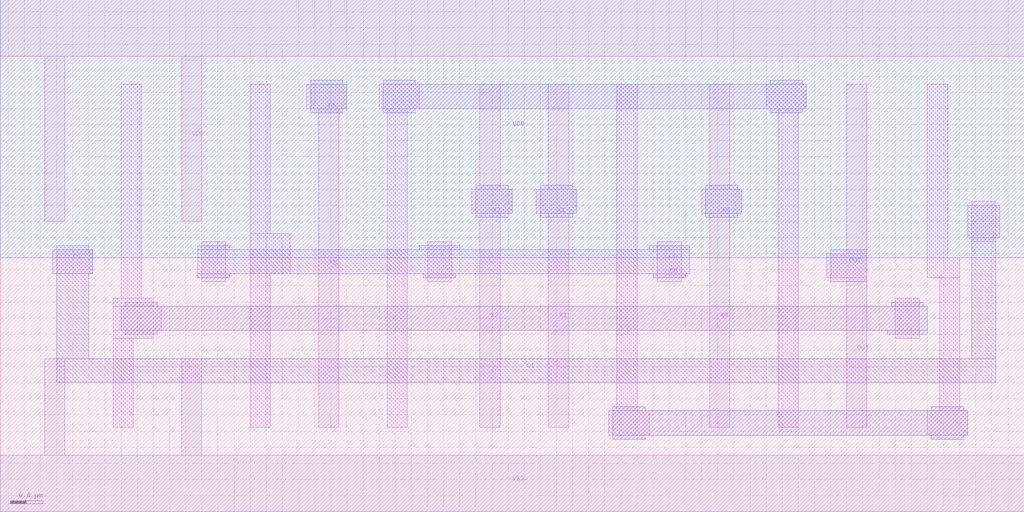
<source format=lef>
VERSION 5.7 ;
  NOWIREEXTENSIONATPIN ON ;
  DIVIDERCHAR "/" ;
  BUSBITCHARS "[]" ;
MACRO gf180mcu_osu_sc_gp9t3v3__mux4_1
  CLASS BLOCK ;
  FOREIGN gf180mcu_osu_sc_gp9t3v3__mux4_1 ;
  ORIGIN 1.700 0.000 ;
  SIZE 12.700 BY 6.350 ;
  PIN VDD
    DIRECTION INOUT ;
    USE POWER ;
    PORT
      LAYER Nwell ;
        RECT -1.700 3.150 11.000 6.350 ;
      LAYER Metal1 ;
        RECT -1.700 5.650 11.000 6.350 ;
        RECT -1.150 3.600 -0.900 5.650 ;
        RECT 0.550 3.600 0.800 5.650 ;
    END
  END VDD
  PIN C1
    DIRECTION INPUT ;
    ANTENNAGATEAREA 1.530000 ;
    PORT
      LAYER Metal1 ;
        RECT 10.350 3.350 10.650 3.850 ;
        RECT -1.050 2.950 -0.550 3.250 ;
      LAYER Metal2 ;
        RECT 10.300 3.400 10.700 3.800 ;
        RECT -1.000 3.250 -0.600 3.300 ;
        RECT -1.000 2.950 -0.550 3.250 ;
        RECT -1.000 1.900 -0.600 2.950 ;
        RECT 10.350 1.900 10.650 3.400 ;
        RECT -1.000 1.600 10.650 1.900 ;
    END
  END C1
  PIN C0
    DIRECTION INPUT ;
    ANTENNAGATEAREA 2.295000 ;
    PORT
      LAYER Metal1 ;
        RECT 0.800 2.850 1.100 3.350 ;
        RECT 3.600 2.850 3.900 3.350 ;
        RECT 6.450 2.850 6.750 3.350 ;
      LAYER Metal2 ;
        RECT 0.750 3.250 1.150 3.300 ;
        RECT 3.500 3.250 4.000 3.300 ;
        RECT 6.350 3.250 6.850 3.300 ;
        RECT 0.750 2.950 6.850 3.250 ;
        RECT 0.750 2.900 1.150 2.950 ;
        RECT 3.550 2.900 3.950 2.950 ;
        RECT 6.400 2.900 6.800 2.950 ;
    END
  END C0
  PIN VSS
    DIRECTION INOUT ;
    USE GROUND ;
    PORT
      LAYER Metal1 ;
        RECT -1.150 0.700 -0.900 1.900 ;
        RECT 0.550 0.700 0.800 1.900 ;
        RECT -1.700 0.000 11.000 0.700 ;
    END
  END VSS
  PIN X0
    DIRECTION INPUT ;
    ANTENNADIFFAREA 1.672500 ;
    PORT
      LAYER Metal1 ;
        RECT 7.100 4.000 7.350 5.300 ;
        RECT 7.000 3.700 7.500 4.000 ;
        RECT 7.100 1.050 7.350 3.700 ;
      LAYER Metal2 ;
        RECT 7.050 4.000 7.450 4.050 ;
        RECT 7.050 3.700 7.500 4.000 ;
        RECT 7.050 3.650 7.450 3.700 ;
    END
  END X0
  PIN X1
    DIRECTION INPUT ;
    ANTENNADIFFAREA 1.290000 ;
    PORT
      LAYER Metal1 ;
        RECT 5.100 4.000 5.350 5.300 ;
        RECT 4.950 3.700 5.450 4.000 ;
        RECT 5.100 1.050 5.350 3.700 ;
      LAYER Metal2 ;
        RECT 5.000 4.000 5.400 4.050 ;
        RECT 5.000 3.700 5.450 4.000 ;
        RECT 5.000 3.650 5.400 3.700 ;
    END
  END X1
  PIN OUT
    DIRECTION OUTPUT ;
    ANTENNADIFFAREA 1.785000 ;
    PORT
      LAYER Metal1 ;
        RECT 8.800 3.200 9.050 5.300 ;
        RECT 8.550 2.900 9.050 3.200 ;
        RECT 8.800 1.050 9.050 2.900 ;
      LAYER Metal2 ;
        RECT 8.600 2.850 9.050 3.250 ;
    END
  END OUT
  PIN X2
    DIRECTION INPUT ;
    ANTENNADIFFAREA 1.672500 ;
    PORT
      LAYER Metal1 ;
        RECT 4.250 4.000 4.500 5.300 ;
        RECT 4.150 3.700 4.650 4.000 ;
        RECT 4.250 1.050 4.500 3.700 ;
      LAYER Metal2 ;
        RECT 4.200 4.000 4.600 4.050 ;
        RECT 4.200 3.700 4.650 4.000 ;
        RECT 4.200 3.650 4.600 3.700 ;
    END
  END X2
  PIN X3
    DIRECTION INPUT ;
    ANTENNADIFFAREA 1.290000 ;
    PORT
      LAYER Metal1 ;
        RECT 2.100 5.000 2.600 5.300 ;
        RECT 2.250 1.050 2.500 5.000 ;
      LAYER Metal2 ;
        RECT 2.150 5.300 2.550 5.350 ;
        RECT 2.150 5.000 2.600 5.300 ;
        RECT 2.150 4.950 2.550 5.000 ;
    END
  END X3
  OBS
      LAYER Metal1 ;
        RECT -0.200 2.650 0.050 5.300 ;
        RECT 1.400 3.450 1.650 5.300 ;
        RECT 3.000 5.000 3.500 5.300 ;
        RECT 1.400 2.950 1.900 3.450 ;
        RECT -0.300 2.550 0.200 2.650 ;
        RECT -0.300 2.250 0.300 2.550 ;
        RECT -0.300 2.150 0.200 2.250 ;
        RECT -0.300 1.050 -0.050 2.150 ;
        RECT 1.400 1.050 1.650 2.950 ;
        RECT 3.100 1.050 3.350 5.000 ;
        RECT 5.950 1.250 6.200 5.300 ;
        RECT 7.800 5.000 8.300 5.300 ;
        RECT 5.850 0.950 6.350 1.250 ;
        RECT 7.950 1.050 8.200 5.000 ;
        RECT 9.800 3.150 10.050 5.300 ;
        RECT 9.800 2.900 10.200 3.150 ;
        RECT 9.400 2.150 9.700 2.650 ;
        RECT 9.950 1.250 10.200 2.900 ;
        RECT 9.800 0.950 10.300 1.250 ;
      LAYER Metal2 ;
        RECT 3.050 5.300 3.450 5.350 ;
        RECT 7.850 5.300 8.250 5.350 ;
        RECT 3.050 5.000 8.300 5.300 ;
        RECT 3.050 4.950 3.450 5.000 ;
        RECT 7.850 4.950 8.250 5.000 ;
        RECT -0.150 2.550 0.250 2.600 ;
        RECT 9.350 2.550 9.750 2.600 ;
        RECT -0.200 2.250 9.800 2.550 ;
        RECT -0.150 2.200 0.250 2.250 ;
        RECT 9.300 2.200 9.800 2.250 ;
        RECT 5.900 1.250 6.300 1.300 ;
        RECT 9.850 1.250 10.250 1.300 ;
        RECT 5.900 0.950 10.300 1.250 ;
        RECT 5.900 0.900 6.300 0.950 ;
        RECT 9.850 0.900 10.250 0.950 ;
  END
END gf180mcu_osu_sc_gp9t3v3__mux4_1
END LIBRARY


</source>
